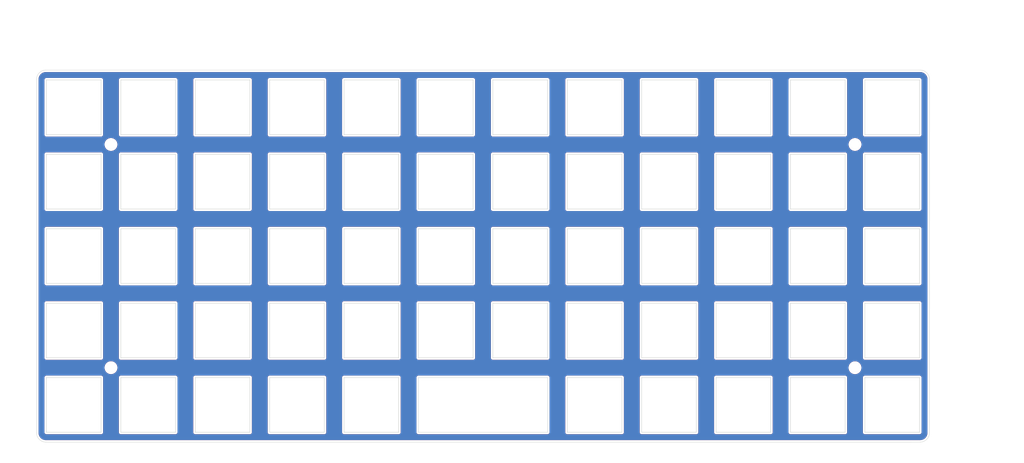
<source format=kicad_pcb>
(kicad_pcb (version 20211014) (generator pcbnew)
  (layers (0 "F.Cu" signal) (31 "B.Cu" signal) (34 "B.Paste" user) (35 "F.Paste" user) (36 "B.SilkS" user "B.Silkscreen") (37 "F.SilkS" user "F.Silkscreen") (38 "B.Mask" user) (39 "F.Mask" user) (44 "Edge.Cuts" user))
  (net 0 "")
  (footprint "Custom:MX switch plate" (layer "F.Cu") (at 151.2 93.9)
    (fp_text reference "REF**" hide)
    (fp_text value "MX switch plate")
    (fp_line (start -7 -7) (end -7 7) (layer "Edge.Cuts") (width 0.12))
    (fp_line (start -7 7) (end 7 7) (layer "Edge.Cuts") (width 0.12))
    (fp_line (start 7 -7) (end -7 -7) (layer "Edge.Cuts") (width 0.12))
    (fp_line (start 7 7) (end 7 -7) (layer "Edge.Cuts") (width 0.12))
  )
  (footprint "Custom:MX switch plate" (layer "F.Cu") (at 113.1 74.85)
    (fp_text reference "REF**" hide)
    (fp_text value "MX switch plate")
    (fp_line (start -7 -7) (end -7 7) (layer "Edge.Cuts") (width 0.12))
    (fp_line (start 7 -7) (end -7 -7) (layer "Edge.Cuts") (width 0.12))
    (fp_line (start -7 7) (end 7 7) (layer "Edge.Cuts") (width 0.12))
    (fp_line (start 7 7) (end 7 -7) (layer "Edge.Cuts") (width 0.12))
  )
  (footprint "Custom:MX switch plate" (layer "F.Cu") (at 227.4 132)
    (fp_text reference "REF**" hide)
    (fp_text value "MX switch plate")
    (fp_line (start 7 -7) (end -7 -7) (layer "Edge.Cuts") (width 0.12))
    (fp_line (start -7 7) (end 7 7) (layer "Edge.Cuts") (width 0.12))
    (fp_line (start 7 7) (end 7 -7) (layer "Edge.Cuts") (width 0.12))
    (fp_line (start -7 -7) (end -7 7) (layer "Edge.Cuts") (width 0.12))
  )
  (footprint "Custom:MX switch plate" (layer "F.Cu") (at 170.25 93.9)
    (fp_text reference "REF**" hide)
    (fp_text value "MX switch plate")
    (fp_line (start -7 -7) (end -7 7) (layer "Edge.Cuts") (width 0.12))
    (fp_line (start 7 7) (end 7 -7) (layer "Edge.Cuts") (width 0.12))
    (fp_line (start -7 7) (end 7 7) (layer "Edge.Cuts") (width 0.12))
    (fp_line (start 7 -7) (end -7 -7) (layer "Edge.Cuts") (width 0.12))
  )
  (footprint "Custom:MX switch plate" (layer "F.Cu") (at 208.35 74.85)
    (fp_text reference "REF**" hide)
    (fp_text value "MX switch plate")
    (fp_line (start -7 7) (end 7 7) (layer "Edge.Cuts") (width 0.12))
    (fp_line (start 7 7) (end 7 -7) (layer "Edge.Cuts") (width 0.12))
    (fp_line (start 7 -7) (end -7 -7) (layer "Edge.Cuts") (width 0.12))
    (fp_line (start -7 -7) (end -7 7) (layer "Edge.Cuts") (width 0.12))
  )
  (footprint "Custom:MX switch plate" (layer "F.Cu") (at 227.4 55.8)
    (fp_text reference "REF**" hide)
    (fp_text value "MX switch plate")
    (fp_line (start -7 -7) (end -7 7) (layer "Edge.Cuts") (width 0.12))
    (fp_line (start -7 7) (end 7 7) (layer "Edge.Cuts") (width 0.12))
    (fp_line (start 7 -7) (end -7 -7) (layer "Edge.Cuts") (width 0.12))
    (fp_line (start 7 7) (end 7 -7) (layer "Edge.Cuts") (width 0.12))
  )
  (footprint "Custom:MX switch plate" (layer "F.Cu") (at 246.45 55.8)
    (fp_text reference "REF**" hide)
    (fp_text value "MX switch plate")
    (fp_line (start -7 7) (end 7 7) (layer "Edge.Cuts") (width 0.12))
    (fp_line (start 7 -7) (end -7 -7) (layer "Edge.Cuts") (width 0.12))
    (fp_line (start -7 -7) (end -7 7) (layer "Edge.Cuts") (width 0.12))
    (fp_line (start 7 7) (end 7 -7) (layer "Edge.Cuts") (width 0.12))
  )
  (footprint "Custom:MX switch plate" (layer "F.Cu") (at 227.4 93.9)
    (fp_text reference "REF**" hide)
    (fp_text value "MX switch plate")
    (fp_line (start 7 -7) (end -7 -7) (layer "Edge.Cuts") (width 0.12))
    (fp_line (start 7 7) (end 7 -7) (layer "Edge.Cuts") (width 0.12))
    (fp_line (start -7 -7) (end -7 7) (layer "Edge.Cuts") (width 0.12))
    (fp_line (start -7 7) (end 7 7) (layer "Edge.Cuts") (width 0.12))
  )
  (footprint "Custom:MX switch plate" (layer "F.Cu") (at 189.3 55.8)
    (fp_text reference "REF**" hide)
    (fp_text value "MX switch plate")
    (fp_line (start -7 7) (end 7 7) (layer "Edge.Cuts") (width 0.12))
    (fp_line (start 7 7) (end 7 -7) (layer "Edge.Cuts") (width 0.12))
    (fp_line (start 7 -7) (end -7 -7) (layer "Edge.Cuts") (width 0.12))
    (fp_line (start -7 -7) (end -7 7) (layer "Edge.Cuts") (width 0.12))
  )
  (footprint "Custom:MX switch plate" (layer "F.Cu") (at 55.95 132)
    (fp_text reference "REF**" hide)
    (fp_text value "MX switch plate")
    (fp_line (start -7 -7) (end -7 7) (layer "Edge.Cuts") (width 0.12))
    (fp_line (start -7 7) (end 7 7) (layer "Edge.Cuts") (width 0.12))
    (fp_line (start 7 -7) (end -7 -7) (layer "Edge.Cuts") (width 0.12))
    (fp_line (start 7 7) (end 7 -7) (layer "Edge.Cuts") (width 0.12))
  )
  (footprint "Custom:MX switch plate" (layer "F.Cu") (at 132.15 93.9)
    (fp_text reference "REF**" hide)
    (fp_text value "MX switch plate")
    (fp_line (start 7 7) (end 7 -7) (layer "Edge.Cuts") (width 0.12))
    (fp_line (start 7 -7) (end -7 -7) (layer "Edge.Cuts") (width 0.12))
    (fp_line (start -7 7) (end 7 7) (layer "Edge.Cuts") (width 0.12))
    (fp_line (start -7 -7) (end -7 7) (layer "Edge.Cuts") (width 0.12))
  )
  (footprint "Custom:MX switch plate" (layer "F.Cu") (at 189.3 74.85)
    (fp_text reference "REF**" hide)
    (fp_text value "MX switch plate")
    (fp_line (start 7 -7) (end -7 -7) (layer "Edge.Cuts") (width 0.12))
    (fp_line (start -7 7) (end 7 7) (layer "Edge.Cuts") (width 0.12))
    (fp_line (start 7 7) (end 7 -7) (layer "Edge.Cuts") (width 0.12))
    (fp_line (start -7 -7) (end -7 7) (layer "Edge.Cuts") (width 0.12))
  )
  (footprint "Custom:MX switch plate" (layer "F.Cu") (at 75 132)
    (fp_text reference "REF**" hide)
    (fp_text value "MX switch plate")
    (fp_line (start 7 7) (end 7 -7) (layer "Edge.Cuts") (width 0.12))
    (fp_line (start 7 -7) (end -7 -7) (layer "Edge.Cuts") (width 0.12))
    (fp_line (start -7 7) (end 7 7) (layer "Edge.Cuts") (width 0.12))
    (fp_line (start -7 -7) (end -7 7) (layer "Edge.Cuts") (width 0.12))
  )
  (footprint "Custom:MX switch plate" (layer "F.Cu") (at 75 74.85)
    (fp_text reference "REF**" hide)
    (fp_text value "MX switch plate")
    (fp_line (start 7 7) (end 7 -7) (layer "Edge.Cuts") (width 0.12))
    (fp_line (start -7 7) (end 7 7) (layer "Edge.Cuts") (width 0.12))
    (fp_line (start -7 -7) (end -7 7) (layer "Edge.Cuts") (width 0.12))
    (fp_line (start 7 -7) (end -7 -7) (layer "Edge.Cuts") (width 0.12))
  )
  (footprint "" (layer "F.Cu") (at 236.92 122.48)
    (fp_text reference "" (at 0 0) (layer "F.SilkS") (effects (font (size 1.27 1.27))))
    (fp_text value "" (at 0 0) (layer "F.SilkS") (effects (font (size 1.27 1.27))))
    (pad "" np_thru_hole circle (at 0 0) (size 2.3 2.3) (drill 2.3) (layers *.Cu *.Mask))
  )
  (footprint "Custom:MX switch plate" (layer "F.Cu") (at 132.15 74.85)
    (fp_text reference "REF**" hide)
    (fp_text value "MX switch plate")
    (fp_line (start -7 -7) (end -7 7) (layer "Edge.Cuts") (width 0.12))
    (fp_line (start 7 -7) (end -7 -7) (layer "Edge.Cuts") (width 0.12))
    (fp_line (start -7 7) (end 7 7) (layer "Edge.Cuts") (width 0.12))
    (fp_line (start 7 7) (end 7 -7) (layer "Edge.Cuts") (width 0.12))
  )
  (footprint "Custom:MX switch plate" (layer "F.Cu") (at 113.1 93.9)
    (fp_text reference "REF**" hide)
    (fp_text value "MX switch plate")
    (fp_line (start -7 7) (end 7 7) (layer "Edge.Cuts") (width 0.12))
    (fp_line (start 7 -7) (end -7 -7) (layer "Edge.Cuts") (width 0.12))
    (fp_line (start -7 -7) (end -7 7) (layer "Edge.Cuts") (width 0.12))
    (fp_line (start 7 7) (end 7 -7) (layer "Edge.Cuts") (width 0.12))
  )
  (footprint "Custom:MX switch plate" (layer "F.Cu") (at 94.05 93.9)
    (fp_text reference "REF**" hide)
    (fp_text value "MX switch plate")
    (fp_line (start -7 -7) (end -7 7) (layer "Edge.Cuts") (width 0.12))
    (fp_line (start 7 7) (end 7 -7) (layer "Edge.Cuts") (width 0.12))
    (fp_line (start -7 7) (end 7 7) (layer "Edge.Cuts") (width 0.12))
    (fp_line (start 7 -7) (end -7 -7) (layer "Edge.Cuts") (width 0.12))
  )
  (footprint "Custom:MX switch plate" (layer "F.Cu") (at 246.45 112.95)
    (fp_text reference "REF**" hide)
    (fp_text value "MX switch plate")
    (fp_line (start 7 7) (end 7 -7) (layer "Edge.Cuts") (width 0.12))
    (fp_line (start -7 -7) (end -7 7) (layer "Edge.Cuts") (width 0.12))
    (fp_line (start -7 7) (end 7 7) (layer "Edge.Cuts") (width 0.12))
    (fp_line (start 7 -7) (end -7 -7) (layer "Edge.Cuts") (width 0.12))
  )
  (footprint "Custom:MX switch plate" (layer "F.Cu") (at 208.35 132)
    (fp_text reference "REF**" hide)
    (fp_text value "MX switch plate")
    (fp_line (start -7 -7) (end -7 7) (layer "Edge.Cuts") (width 0.12))
    (fp_line (start 7 -7) (end -7 -7) (layer "Edge.Cuts") (width 0.12))
    (fp_line (start -7 7) (end 7 7) (layer "Edge.Cuts") (width 0.12))
    (fp_line (start 7 7) (end 7 -7) (layer "Edge.Cuts") (width 0.12))
  )
  (footprint "Custom:M2 Screw" (layer "F.Cu") (at 46.425 65.325)
    (fp_text reference "REF**" hide)
    (fp_text value "M2 Screw")
    (pad "" np_thru_hole circle (at 0 0) (size 2.3 2.3) (drill 2.3) (layers *.Cu *.Mask))
  )
  (footprint "Custom:MX switch plate" (layer "F.Cu") (at 36.9 74.85)
    (fp_text reference "REF**" hide)
    (fp_text value "MX switch plate")
    (fp_line (start 7 -7) (end -7 -7) (layer "Edge.Cuts") (width 0.12))
    (fp_line (start -7 -7) (end -7 7) (layer "Edge.Cuts") (width 0.12))
    (fp_line (start -7 7) (end 7 7) (layer "Edge.Cuts") (width 0.12))
    (fp_line (start 7 7) (end 7 -7) (layer "Edge.Cuts") (width 0.12))
  )
  (footprint "Custom:MX switch plate" (layer "F.Cu") (at 189.3 93.9)
    (fp_text reference "REF**" hide)
    (fp_text value "MX switch plate")
    (fp_line (start -7 7) (end 7 7) (layer "Edge.Cuts") (width 0.12))
    (fp_line (start 7 7) (end 7 -7) (layer "Edge.Cuts") (width 0.12))
    (fp_line (start 7 -7) (end -7 -7) (layer "Edge.Cuts") (width 0.12))
    (fp_line (start -7 -7) (end -7 7) (layer "Edge.Cuts") (width 0.12))
  )
  (footprint "Custom:MX switch plate" (layer "F.Cu") (at 170.25 132)
    (fp_text reference "REF**" hide)
    (fp_text value "MX switch plate")
    (fp_line (start 7 -7) (end -7 -7) (layer "Edge.Cuts") (width 0.12))
    (fp_line (start 7 7) (end 7 -7) (layer "Edge.Cuts") (width 0.12))
    (fp_line (start -7 -7) (end -7 7) (layer "Edge.Cuts") (width 0.12))
    (fp_line (start -7 7) (end 7 7) (layer "Edge.Cuts") (width 0.12))
  )
  (footprint "Custom:MX switch plate" (layer "F.Cu") (at 208.35 55.8)
    (fp_text reference "REF**" hide)
    (fp_text value "MX switch plate")
    (fp_line (start 7 7) (end 7 -7) (layer "Edge.Cuts") (width 0.12))
    (fp_line (start -7 7) (end 7 7) (layer "Edge.Cuts") (width 0.12))
    (fp_line (start 7 -7) (end -7 -7) (layer "Edge.Cuts") (width 0.12))
    (fp_line (start -7 -7) (end -7 7) (layer "Edge.Cuts") (width 0.12))
  )
  (footprint "Custom:MX switch plate" (layer "F.Cu") (at 36.9 55.8)
    (fp_text reference "REF**" hide)
    (fp_text value "MX switch plate")
    (fp_line (start 7 7) (end 7 -7) (layer "Edge.Cuts") (width 0.12))
    (fp_line (start 7 -7) (end -7 -7) (layer "Edge.Cuts") (width 0.12))
    (fp_line (start -7 7) (end 7 7) (layer "Edge.Cuts") (width 0.12))
    (fp_line (start -7 -7) (end -7 7) (layer "Edge.Cuts") (width 0.12))
  )
  (footprint "Custom:MX switch plate" (layer "F.Cu") (at 55.95 112.95)
    (fp_text reference "REF**" hide)
    (fp_text value "MX switch plate")
    (fp_line (start 7 -7) (end -7 -7) (layer "Edge.Cuts") (width 0.12))
    (fp_line (start -7 7) (end 7 7) (layer "Edge.Cuts") (width 0.12))
    (fp_line (start -7 -7) (end -7 7) (layer "Edge.Cuts") (width 0.12))
    (fp_line (start 7 7) (end 7 -7) (layer "Edge.Cuts") (width 0.12))
  )
  (footprint "" (layer "F.Cu") (at 46.43 122.47)
    (fp_text reference "" (at 0 0) (layer "F.SilkS") (effects (font (size 1.27 1.27))))
    (fp_text value "" (at 0 0) (layer "F.SilkS") (effects (font (size 1.27 1.27))))
    (pad "" np_thru_hole circle (at 0 0) (size 2.3 2.3) (drill 2.3) (layers *.Cu *.Mask))
  )
  (footprint "Custom:MX switch plate" (layer "F.Cu") (at 113.1 112.95)
    (fp_text reference "REF**" hide)
    (fp_text value "MX switch plate")
    (fp_line (start 7 -7) (end -7 -7) (layer "Edge.Cuts") (width 0.12))
    (fp_line (start -7 7) (end 7 7) (layer "Edge.Cuts") (width 0.12))
    (fp_line (start 7 7) (end 7 -7) (layer "Edge.Cuts") (width 0.12))
    (fp_line (start -7 -7) (end -7 7) (layer "Edge.Cuts") (width 0.12))
  )
  (footprint "Custom:MX switch plate" (layer "F.Cu") (at 94.05 55.8)
    (fp_text reference "REF**" hide)
    (fp_text value "MX switch plate")
    (fp_line (start -7 -7) (end -7 7) (layer "Edge.Cuts") (width 0.12))
    (fp_line (start -7 7) (end 7 7) (layer "Edge.Cuts") (width 0.12))
    (fp_line (start 7 7) (end 7 -7) (layer "Edge.Cuts") (width 0.12))
    (fp_line (start 7 -7) (end -7 -7) (layer "Edge.Cuts") (width 0.12))
  )
  (footprint "Custom:MX switch plate" (layer "F.Cu") (at 227.4 112.95)
    (fp_text reference "REF**" hide)
    (fp_text value "MX switch plate")
    (fp_line (start 7 -7) (end -7 -7) (layer "Edge.Cuts") (width 0.12))
    (fp_line (start 7 7) (end 7 -7) (layer "Edge.Cuts") (width 0.12))
    (fp_line (start -7 7) (end 7 7) (layer "Edge.Cuts") (width 0.12))
    (fp_line (start -7 -7) (end -7 7) (layer "Edge.Cuts") (width 0.12))
  )
  (footprint "Custom:MX switch plate" (layer "F.Cu") (at 75 112.95)
    (fp_text reference "REF**" hide)
    (fp_text value "MX switch plate")
    (fp_line (start 7 -7) (end -7 -7) (layer "Edge.Cuts") (width 0.12))
    (fp_line (start -7 7) (end 7 7) (layer "Edge.Cuts") (width 0.12))
    (fp_line (start 7 7) (end 7 -7) (layer "Edge.Cuts") (width 0.12))
    (fp_line (start -7 -7) (end -7 7) (layer "Edge.Cuts") (width 0.12))
  )
  (footprint "Custom:MX switch plate" (layer "F.Cu") (at 36.9 93.9)
    (fp_text reference "REF**" hide)
    (fp_text value "MX switch plate")
    (fp_line (start -7 -7) (end -7 7) (layer "Edge.Cuts") (width 0.12))
    (fp_line (start 7 -7) (end -7 -7) (layer "Edge.Cuts") (width 0.12))
    (fp_line (start 7 7) (end 7 -7) (layer "Edge.Cuts") (width 0.12))
    (fp_line (start -7 7) (end 7 7) (layer "Edge.Cuts") (width 0.12))
  )
  (footprint "Custom:MX switch plate" (layer "F.Cu") (at 151.2 55.8)
    (fp_text reference "REF**" hide)
    (fp_text value "MX switch plate")
    (fp_line (start 7 7) (end 7 -7) (layer "Edge.Cuts") (width 0.12))
    (fp_line (start -7 7) (end 7 7) (layer "Edge.Cuts") (width 0.12))
    (fp_line (start -7 -7) (end -7 7) (layer "Edge.Cuts") (width 0.12))
    (fp_line (start 7 -7) (end -7 -7) (layer "Edge.Cuts") (width 0.12))
  )
  (footprint "Custom:MX switch plate" (layer "F.Cu") (at 55.95 74.85)
    (fp_text reference "REF**" hide)
    (fp_text value "MX switch plate")
    (fp_line (start 7 7) (end 7 -7) (layer "Edge.Cuts") (width 0.12))
    (fp_line (start -7 7) (end 7 7) (layer "Edge.Cuts") (width 0.12))
    (fp_line (start -7 -7) (end -7 7) (layer "Edge.Cuts") (width 0.12))
    (fp_line (start 7 -7) (end -7 -7) (layer "Edge.Cuts") (width 0.12))
  )
  (footprint "Custom:MX switch plate" (layer "F.Cu") (at 151.2 112.95)
    (fp_text reference "REF**" hide)
    (fp_text value "MX switch plate")
    (fp_line (start 7 -7) (end -7 -7) (layer "Edge.Cuts") (width 0.12))
    (fp_line (start 7 7) (end 7 -7) (layer "Edge.Cuts") (width 0.12))
    (fp_line (start -7 -7) (end -7 7) (layer "Edge.Cuts") (width 0.12))
    (fp_line (start -7 7) (end 7 7) (layer "Edge.Cuts") (width 0.12))
  )
  (footprint "Custom:MX switch plate" (layer "F.Cu") (at 55.95 55.8)
    (fp_text reference "REF**" hide)
    (fp_text value "MX switch plate")
    (fp_line (start 7 -7) (end -7 -7) (layer "Edge.Cuts") (width 0.12))
    (fp_line (start -7 -7) (end -7 7) (layer "Edge.Cuts") (width 0.12))
    (fp_line (start -7 7) (end 7 7) (layer "Edge.Cuts") (width 0.12))
    (fp_line (start 7 7) (end 7 -7) (layer "Edge.Cuts") (width 0.12))
  )
  (footprint "Custom:MX switch plate" (layer "F.Cu") (at 151.2 74.85)
    (fp_text reference "REF**" hide)
    (fp_text value "MX switch plate")
    (fp_line (start -7 -7) (end -7 7) (layer "Edge.Cuts") (width 0.12))
    (fp_line (start 7 7) (end 7 -7) (layer "Edge.Cuts") (width 0.12))
    (fp_line (start 7 -7) (end -7 -7) (layer "Edge.Cuts") (width 0.12))
    (fp_line (start -7 7) (end 7 7) (layer "Edge.Cuts") (width 0.12))
  )
  (footprint "Custom:MX switch plate" (layer "F.Cu") (at 94.05 74.85)
    (fp_text reference "REF**" hide)
    (fp_text value "MX switch plate")
    (fp_line (start 7 7) (end 7 -7) (layer "Edge.Cuts") (width 0.12))
    (fp_line (start -7 -7) (end -7 7) (layer "Edge.Cuts") (width 0.12))
    (fp_line (start 7 -7) (end -7 -7) (layer "Edge.Cuts") (width 0.12))
    (fp_line (start -7 7) (end 7 7) (layer "Edge.Cuts") (width 0.12))
  )
  (footprint "Custom:MX switch plate" (layer "F.Cu") (at 75 93.9)
    (fp_text reference "REF**" hide)
    (fp_text value "MX switch plate")
    (fp_line (start 7 7) (end 7 -7) (layer "Edge.Cuts") (width 0.12))
    (fp_line (start 7 -7) (end -7 -7) (layer "Edge.Cuts") (width 0.12))
    (fp_line (start -7 7) (end 7 7) (layer "Edge.Cuts") (width 0.12))
    (fp_line (start -7 -7) (end -7 7) (layer "Edge.Cuts") (width 0.12))
  )
  (footprint "Custom:MX switch plate" (layer "F.Cu") (at 75 55.8)
    (fp_text reference "REF**" hide)
    (fp_text value "MX switch plate")
    (fp_line (start 7 7) (end 7 -7) (layer "Edge.Cuts") (width 0.12))
    (fp_line (start -7 7) (end 7 7) (layer "Edge.Cuts") (width 0.12))
    (fp_line (start -7 -7) (end -7 7) (layer "Edge.Cuts") (width 0.12))
    (fp_line (start 7 -7) (end -7 -7) (layer "Edge.Cuts") (width 0.12))
  )
  (footprint "Custom:MX switch plate" (layer "F.Cu") (at 94.05 112.95)
    (fp_text reference "REF**" hide)
    (fp_text value "MX switch plate")
    (fp_line (start -7 -7) (end -7 7) (layer "Edge.Cuts") (width 0.12))
    (fp_line (start 7 7) (end 7 -7) (layer "Edge.Cuts") (width 0.12))
    (fp_line (start 7 -7) (end -7 -7) (layer "Edge.Cuts") (width 0.12))
    (fp_line (start -7 7) (end 7 7) (layer "Edge.Cuts") (width 0.12))
  )
  (footprint "Custom:MX switch plate" (layer "F.Cu") (at 170.25 55.8)
    (fp_text reference "REF**" hide)
    (fp_text value "MX switch plate")
    (fp_line (start 7 7) (end 7 -7) (layer "Edge.Cuts") (width 0.12))
    (fp_line (start -7 -7) (end -7 7) (layer "Edge.Cuts") (width 0.12))
    (fp_line (start 7 -7) (end -7 -7) (layer "Edge.Cuts") (width 0.12))
    (fp_line (start -7 7) (end 7 7) (layer "Edge.Cuts") (width 0.12))
  )
  (footprint "Custom:MX switch plate" (layer "F.Cu") (at 246.45 132)
    (fp_text reference "REF**" hide)
    (fp_text value "MX switch plate")
    (fp_line (start 7 7) (end 7 -7) (layer "Edge.Cuts") (width 0.12))
    (fp_line (start -7 -7) (end -7 7) (layer "Edge.Cuts") (width 0.12))
    (fp_line (start -7 7) (end 7 7) (layer "Edge.Cuts") (width 0.12))
    (fp_line (start 7 -7) (end -7 -7) (layer "Edge.Cuts") (width 0.12))
  )
  (footprint "Custom:MX switch plate" (layer "F.Cu") (at 208.35 93.9)
    (fp_text reference "REF**" hide)
    (fp_text value "MX switch plate")
    (fp_line (start -7 -7) (end -7 7) (layer "Edge.Cuts") (width 0.12))
    (fp_line (start 7 -7) (end -7 -7) (layer "Edge.Cuts") (width 0.12))
    (fp_line (start -7 7) (end 7 7) (layer "Edge.Cuts") (width 0.12))
    (fp_line (start 7 7) (end 7 -7) (layer "Edge.Cuts") (width 0.12))
  )
  (footprint "Custom:MX switch plate" (layer "F.Cu") (at 227.4 74.85)
    (fp_text reference "REF**" hide)
    (fp_text value "MX switch plate")
    (fp_line (start 7 -7) (end -7 -7) (layer "Edge.Cuts") (width 0.12))
    (fp_line (start -7 7) (end 7 7) (layer "Edge.Cuts") (width 0.12))
    (fp_line (start 7 7) (end 7 -7) (layer "Edge.Cuts") (width 0.12))
    (fp_line (start -7 -7) (end -7 7) (layer "Edge.Cuts") (width 0.12))
  )
  (footprint "" (layer "F.Cu") (at 236.925 65.325)
    (fp_text reference "" (at 0 0) (layer "F.SilkS") (effects (font (size 1.27 1.27))))
    (fp_text value "" (at 0 0) (layer "F.SilkS") (effects (font (size 1.27 1.27))))
    (pad "" np_thru_hole circle (at 0 0) (size 2.3 2.3) (drill 2.3) (layers *.Cu *.Mask))
  )
  (footprint "Custom:MX switch plate" (layer "F.Cu") (at 113.1 55.8)
    (fp_text reference "REF**" hide)
    (fp_text value "MX switch plate")
    (fp_line (start 7 -7) (end -7 -7) (layer "Edge.Cuts") (width 0.12))
    (fp_line (start 7 7) (end 7 -7) (layer "Edge.Cuts") (width 0.12))
    (fp_line (start -7 -7) (end -7 7) (layer "Edge.Cuts") (width 0.12))
    (fp_line (start -7 7) (end 7 7) (layer "Edge.Cuts") (width 0.12))
  )
  (footprint "Custom:MX switch plate" (layer "F.Cu") (at 170.25 112.95)
    (fp_text reference "REF**" hide)
    (fp_text value "MX switch plate")
    (fp_line (start -7 -7) (end -7 7) (layer "Edge.Cuts") (width 0.12))
    (fp_line (start 7 -7) (end -7 -7) (layer "Edge.Cuts") (width 0.12))
    (fp_line (start -7 7) (end 7 7) (layer "Edge.Cuts") (width 0.12))
    (fp_line (start 7 7) (end 7 -7) (layer "Edge.Cuts") (width 0.12))
  )
  (footprint "Custom:MX switch plate" (layer "F.Cu") (at 113.1 132)
    (fp_text reference "REF**" hide)
    (fp_text value "MX switch plate")
    (fp_line (start -7 -7) (end -7 7) (layer "Edge.Cuts") (width 0.12))
    (fp_line (start -7 7) (end 7 7) (layer "Edge.Cuts") (width 0.12))
    (fp_line (start 7 7) (end 7 -7) (layer "Edge.Cuts") (width 0.12))
    (fp_line (start 7 -7) (end -7 -7) (layer "Edge.Cuts") (width 0.12))
  )
  (footprint "Custom:MX switch plate" (layer "F.Cu") (at 189.3 112.95)
    (fp_text reference "REF**" hide)
    (fp_text value "MX switch plate")
    (fp_line (start 7 -7) (end -7 -7) (layer "Edge.Cuts") (width 0.12))
    (fp_line (start -7 7) (end 7 7) (layer "Edge.Cuts") (width 0.12))
    (fp_line (start -7 -7) (end -7 7) (layer "Edge.Cuts") (width 0.12))
    (fp_line (start 7 7) (end 7 -7) (layer "Edge.Cuts") (width 0.12))
  )
  (footprint "Custom:MX switch plate" (layer "F.Cu") (at 132.15 55.8)
    (fp_text reference "REF**" hide)
    (fp_text value "MX switch plate")
    (fp_line (start -7 -7) (end -7 7) (layer "Edge.Cuts") (width 0.12))
    (fp_line (start 7 7) (end 7 -7) (layer "Edge.Cuts") (width 0.12))
    (fp_line (start 7 -7) (end -7 -7) (layer "Edge.Cuts") (width 0.12))
    (fp_line (start -7 7) (end 7 7) (layer "Edge.Cuts") (width 0.12))
  )
  (footprint "Custom:MX switch plate" (layer "F.Cu") (at 170.25 74.85)
    (fp_text reference "REF**" hide)
    (fp_text value "MX switch plate")
    (fp_line (start 7 7) (end 7 -7) (layer "Edge.Cuts") (width 0.12))
    (fp_line (start 7 -7) (end -7 -7) (layer "Edge.Cuts") (width 0.12))
    (fp_line (start -7 7) (end 7 7) (layer "Edge.Cuts") (width 0.12))
    (fp_line (start -7 -7) (end -7 7) (layer "Edge.Cuts") (width 0.12))
  )
  (footprint "Custom:MX switch plate" (layer "F.Cu") (at 208.35 112.95)
    (fp_text reference "REF**" hide)
    (fp_text value "MX switch plate")
    (fp_line (start -7 -7) (end -7 7) (layer "Edge.Cuts") (width 0.12))
    (fp_line (start -7 7) (end 7 7) (layer "Edge.Cuts") (width 0.12))
    (fp_line (start 7 -7) (end -7 -7) (layer "Edge.Cuts") (width 0.12))
    (fp_line (start 7 7) (end 7 -7) (layer "Edge.Cuts") (width 0.12))
  )
  (footprint "Custom:MX switch plate" (layer "F.Cu") (at 132.15 112.95)
    (fp_text reference "REF**" hide)
    (fp_text value "MX switch plate")
    (fp_line (start 7 7) (end 7 -7) (layer "Edge.Cuts") (width 0.12))
    (fp_line (start 7 -7) (end -7 -7) (layer "Edge.Cuts") (width 0.12))
    (fp_line (start -7 -7) (end -7 7) (layer "Edge.Cuts") (width 0.12))
    (fp_line (start -7 7) (end 7 7) (layer "Edge.Cuts") (width 0.12))
  )
  (footprint "Custom:MX switch plate" (layer "F.Cu") (at 246.45 93.9)
    (fp_text reference "REF**" hide)
    (fp_text value "MX switch plate")
    (fp_line (start 7 -7) (end -7 -7) (layer "Edge.Cuts") (width 0.12))
    (fp_line (start 7 7) (end 7 -7) (layer "Edge.Cuts") (width 0.12))
    (fp_line (start -7 7) (end 7 7) (layer "Edge.Cuts") (width 0.12))
    (fp_line (start -7 -7) (end -7 7) (layer "Edge.Cuts") (width 0.12))
  )
  (footprint "Custom:MX switch plate" (layer "F.Cu") (at 36.9 112.95)
    (fp_text reference "REF**" hide)
    (fp_text value "MX switch plate")
    (fp_line (start -7 7) (end 7 7) (layer "Edge.Cuts") (width 0.12))
    (fp_line (start 7 -7) (end -7 -7) (layer "Edge.Cuts") (width 0.12))
    (fp_line (start -7 -7) (end -7 7) (layer "Edge.Cuts") (width 0.12))
    (fp_line (start 7 7) (end 7 -7) (layer "Edge.Cuts") (width 0.12))
  )
  (footprint "Custom:MX switch plate" (layer "F.Cu") (at 189.3 132)
    (fp_text reference "REF**" hide)
    (fp_text value "MX switch plate")
    (fp_line (start 7 7) (end 7 -7) (layer "Edge.Cuts") (width 0.12))
    (fp_line (start -7 -7) (end -7 7) (layer "Edge.Cuts") (width 0.12))
    (fp_line (start 7 -7) (end -7 -7) (layer "Edge.Cuts") (width 0.12))
    (fp_line (start -7 7) (end 7 7) (layer "Edge.Cuts") (width 0.12))
  )
  (footprint "Custom:MX switch plate" (layer "F.Cu") (at 55.95 93.9)
    (fp_text reference "REF**" hide)
    (fp_text value "MX switch plate")
    (fp_line (start -7 7) (end 7 7) (layer "Edge.Cuts") (width 0.12))
    (fp_line (start 7 -7) (end -7 -7) (layer "Edge.Cuts") (width 0.12))
    (fp_line (start 7 7) (end 7 -7) (layer "Edge.Cuts") (width 0.12))
    (fp_line (start -7 -7) (end -7 7) (layer "Edge.Cuts") (width 0.12))
  )
  (footprint "Custom:MX switch plate" (layer "F.Cu") (at 36.9 132)
    (fp_text reference "REF**" hide)
    (fp_text value "MX switch plate")
    (fp_line (start -7 -7) (end -7 7) (layer "Edge.Cuts") (width 0.12))
    (fp_line (start 7 7) (end 7 -7) (layer "Edge.Cuts") (width 0.12))
    (fp_line (start 7 -7) (end -7 -7) (layer "Edge.Cuts") (width 0.12))
    (fp_line (start -7 7) (end 7 7) (layer "Edge.Cuts") (width 0.12))
  )
  (footprint "Custom:MX switch plate" (layer "F.Cu") (at 94.05 132)
    (fp_text reference "REF**" hide)
    (fp_text value "MX switch plate")
    (fp_line (start -7 7) (end 7 7) (layer "Edge.Cuts") (width 0.12))
    (fp_line (start 7 -7) (end -7 -7) (layer "Edge.Cuts") (width 0.12))
    (fp_line (start 7 7) (end 7 -7) (layer "Edge.Cuts") (width 0.12))
    (fp_line (start -7 -7) (end -7 7) (layer "Edge.Cuts") (width 0.12))
  )
  (footprint "Custom:MX switch plate" (layer "F.Cu") (at 246.45 74.85)
    (fp_text reference "REF**" hide)
    (fp_text value "MX switch plate")
    (fp_line (start -7 7) (end 7 7) (layer "Edge.Cuts") (width 0.12))
    (fp_line (start 7 -7) (end -7 -7) (layer "Edge.Cuts") (width 0.12))
    (fp_line (start -7 -7) (end -7 7) (layer "Edge.Cuts") (width 0.12))
    (fp_line (start 7 7) (end 7 -7) (layer "Edge.Cuts") (width 0.12))
  )
  (gr_line (start 255.989981 48.657519) (end 255.979981 139.139981) (layer "Edge.Cuts") (width 0.1))
  (gr_arc (start 255.979981 139.139981) (mid 255.282491 140.823741) (end 253.598731 141.521231) (layer "Edge.Cuts") (width 0.1))
  (gr_arc (start 29.75625 141.525) (mid 28.07242 140.827566) (end 27.375 139.14375) (layer "Edge.Cuts") (width 0.1))
  (gr_line (start 125.15 139) (end 125.15 125) (layer "Edge.Cuts") (width 0.1))
  (gr_line (start 29.75625 46.275) (end 253.608731 46.276269) (layer "Edge.Cuts") (width 0.1))
  (gr_line (start 27.375 139.14375) (end 27.375 48.65625) (layer "Edge.Cuts") (width 0.1))
  (gr_arc (start 253.608731 46.276269) (mid 255.292491 46.973759) (end 255.989981 48.657519) (layer "Edge.Cuts") (width 0.1))
  (gr_line (start 158.2 139) (end 125.15 139) (layer "Edge.Cuts") (width 0.1))
  (gr_line (start 253.598731 141.521231) (end 29.75625 141.525) (layer "Edge.Cuts") (width 0.1))
  (gr_line (start 158.2 125) (end 158.2 139) (layer "Edge.Cuts") (width 0.1))
  (gr_arc (start 27.375 48.65625) (mid 28.072452 46.972452) (end 29.75625 46.275) (layer "Edge.Cuts") (width 0.1))
  (gr_line (start 125.15 125) (end 158.2 125) (layer "Edge.Cuts") (width 0.1))
  (zone (net 0) (net_name "") (layer "F.Cu") (connect_pads (clearance 0.508)) (min_thickness 0.254) (fill yes (thermal_gap 0.508) (thermal_bridge_width 0.508))
    (polygon (pts (xy 280.19375 146.84375) (xy 23.8125 146.84375) (xy 23.8125 43.65625) (xy 280.19375 43.65625)))
  )
  (zone (net 0) (net_name "") (layer "B.Cu") (connect_pads (clearance 0.508)) (min_thickness 0.254) (fill yes (thermal_gap 0.508) (thermal_bridge_width 0.508))
    (polygon (pts (xy 280.19375 146.84375) (xy 23.8125 146.84375) (xy 23.8125 43.65625) (xy 280.19375 43.65625)))
  )
)
</source>
